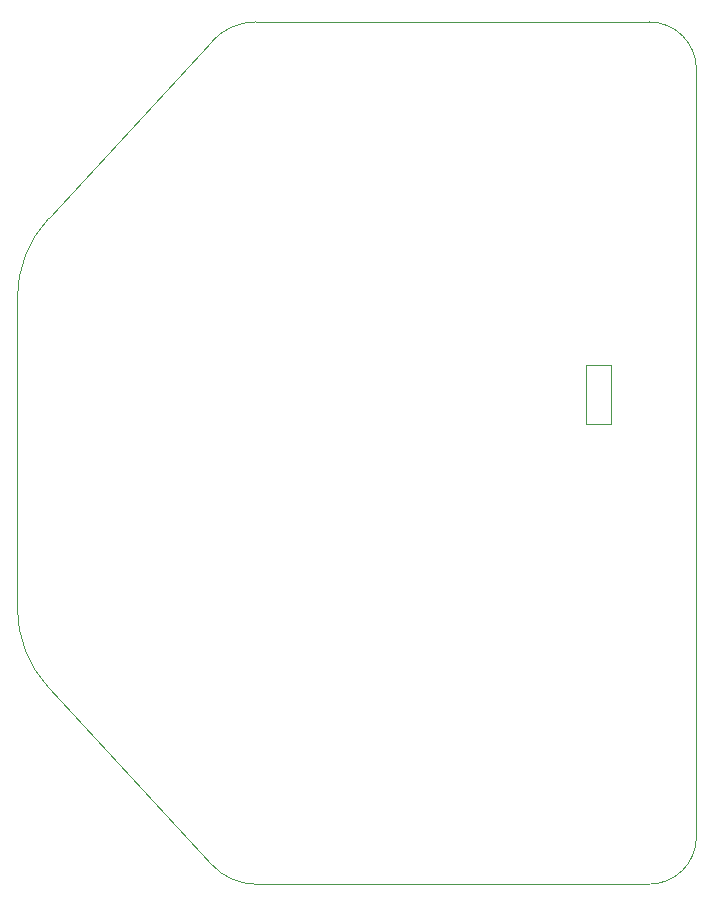
<source format=gm1>
%TF.GenerationSoftware,KiCad,Pcbnew,(5.1.6)-1*%
%TF.CreationDate,2021-03-31T15:54:52+07:00*%
%TF.ProjectId,EM_Drone_SUBFLIGHT,454d5f44-726f-46e6-955f-535542464c49,rev?*%
%TF.SameCoordinates,PX7997ee0PY7f50c60*%
%TF.FileFunction,Profile,NP*%
%FSLAX46Y46*%
G04 Gerber Fmt 4.6, Leading zero omitted, Abs format (unit mm)*
G04 Created by KiCad (PCBNEW (5.1.6)-1) date 2021-03-31 15:54:52*
%MOMM*%
%LPD*%
G01*
G04 APERTURE LIST*
%TA.AperFunction,Profile*%
%ADD10C,0.050000*%
%TD*%
G04 APERTURE END LIST*
D10*
X50300000Y43925000D02*
X48150000Y43925000D01*
X50300000Y38975000D02*
X50300000Y43925000D01*
X48150000Y38975000D02*
X50300000Y38975000D01*
X48150000Y43925000D02*
X48150000Y38975000D01*
X16515141Y71391401D02*
G75*
G02*
X20189158Y73000000I3674017J-3391401D01*
G01*
X20189159Y0D02*
G75*
G02*
X16515141Y1608600I0J5000001D01*
G01*
X16515141Y1608600D02*
X2651968Y16627038D01*
X53500001Y73000000D02*
G75*
G02*
X57500000Y69000001I0J-3999999D01*
G01*
X57500000Y69000001D02*
X57500000Y4000000D01*
X2651968Y56372963D02*
X16515141Y71391401D01*
X20189158Y73000000D02*
X53500001Y73000000D01*
X53500001Y1D02*
X20189158Y1D01*
X2Y49590162D02*
G75*
G02*
X2651968Y56372963I10000000J0D01*
G01*
X57500000Y4000000D02*
G75*
G02*
X53500001Y1I-3999999J0D01*
G01*
X2Y23409839D02*
X2Y49590162D01*
X2651968Y16627038D02*
G75*
G02*
X2Y23409839I7348034J6782801D01*
G01*
M02*

</source>
